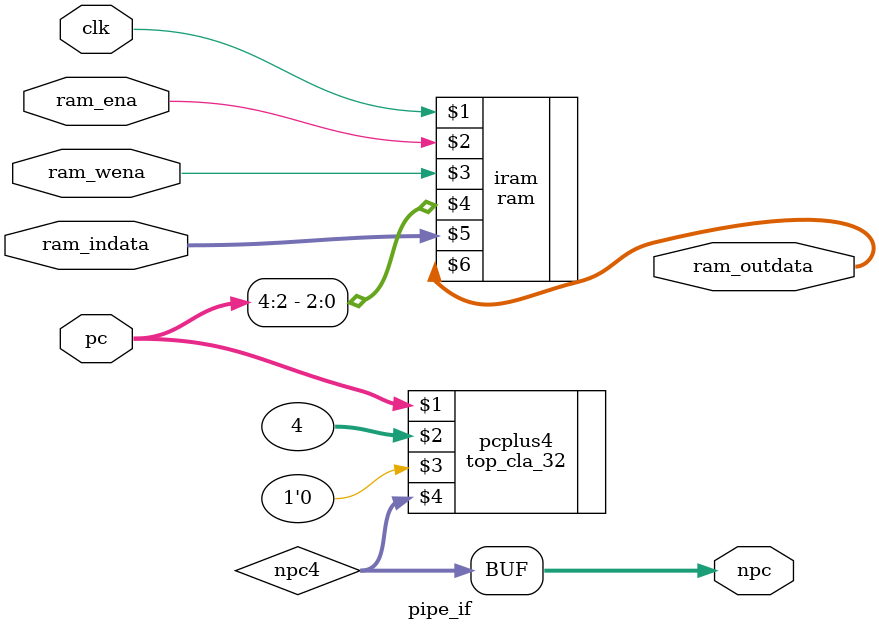
<source format=v>
`timescale 1ns / 1ps
module pipe_if(
		input clk,
		input [31:0] pc, //µ±Ç°pcÖµ
		//ram_ena, ram_wena, ram_indata¹©ÐÞ¸ÄÖ¸Áî¼Ä´æÆ÷Ê±Ê¹ÓÃ
		input ram_ena,
		input ram_wena,
		input [31:0] ram_indata,
		output [31:0] ram_outdata, //Í¨¹ýpcÖµµÄÐÞ¸Ä´ÓÖ¸Áî´æ´¢Æ÷ÖÐÈ¡³öµ±Ç°Ö¸Áî
		output [31:0] npc //ÏÂÒ»¸öpcÖµ
    );

wire [31:0] npc4; //pc+4ºó²úÉúµÄÏÂÒ»¸öpcÖµ

ram #(32, 3) iram(clk, ram_ena, ram_wena, pc[4:2], ram_indata, ram_outdata);
top_cla_32 pcplus4(pc, 32'd4, 1'b0, npc4);

assign npc = npc4;

endmodule

</source>
